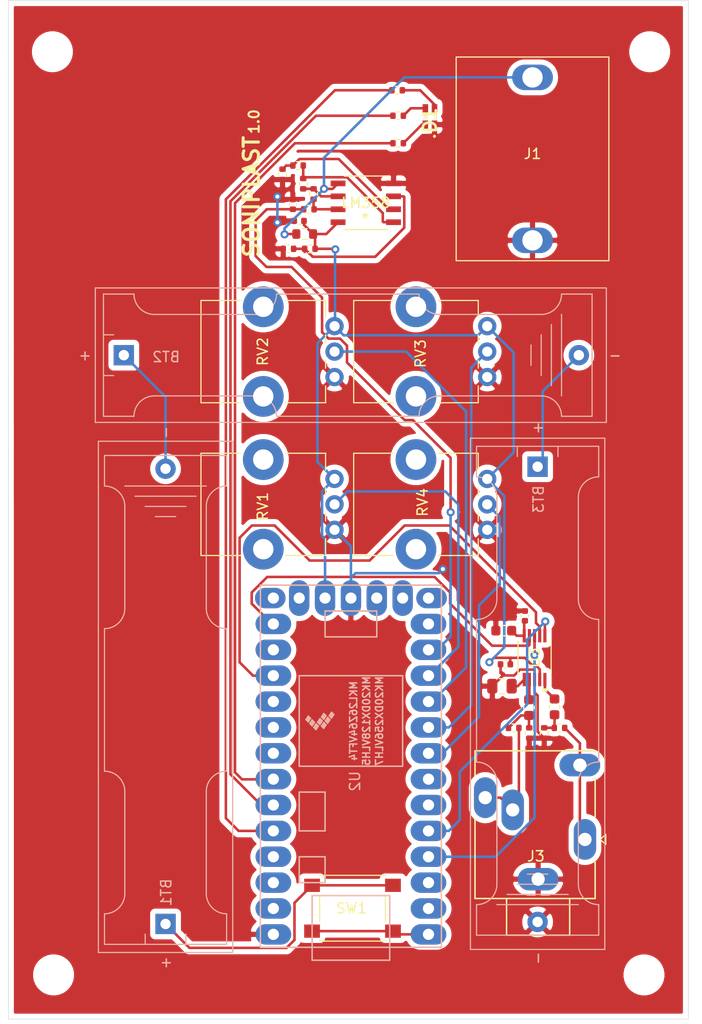
<source format=kicad_pcb>
(kicad_pcb (version 20171130) (host pcbnew "(5.1.10-1-10_14)")
  (layers (0 F.Cu signal) (31 B.Cu signal) (34 B.Paste user hide) (35 F.Paste user hide) (36 B.SilkS user) (37 F.SilkS user) (38 B.Mask user hide) (39 F.Mask user hide) (44 Edge.Cuts user))
  (net 0 "")
  (net 1 GND)
  (net 2 SIGNAL)
  (net 3 "Net-(R2-Pad2)")
  (net 4 "Net-(R4-Pad1)")
  (net 5 "Net-(R5-Pad1)")
  (net 6 "Net-(R6-Pad1)")
  (net 7 "Net-(R7-Pad1)")
  (net 8 pot1)
  (net 9 "Net-(BT1-Pad2)")
  (net 10 "Net-(BT1-Pad1)")
  (net 11 "Net-(BT2-Pad2)")
  (net 12 VCC)
  (net 13 "Net-(C4-Pad2)")
  (net 14 /AOUTR)
  (net 15 "Net-(C5-Pad2)")
  (net 16 /AOUTL)
  (net 17 "Net-(C6-Pad1)")
  (net 18 "Net-(C7-Pad1)")
  (net 19 "Net-(D1-Pad3)")
  (net 20 "Net-(D1-Pad4)")
  (net 21 "Net-(D1-Pad2)")
  (net 22 "Net-(J3-PadT1)")
  (net 23 "Net-(J3-PadS1)")
  (net 24 /R)
  (net 25 /G)
  (net 26 /B)
  (net 27 pot2)
  (net 28 pot3)
  (net 29 pot4)
  (net 30 /VIN)
  (net 31 "Net-(U2-Pad18)")
  (net 32 "Net-(U2-Pad19)")
  (net 33 "Net-(U2-Pad20)")
  (net 34 "Net-(U2-Pad15)")
  (net 35 "Net-(U2-Pad14)")
  (net 36 "Net-(U2-Pad21)")
  (net 37 "Net-(U2-Pad27)")
  (net 38 "Net-(U2-Pad28)")
  (net 39 /I2S_TX)
  (net 40 /LRCK)
  (net 41 /MCLK)
  (net 42 "Net-(U2-Pad12)")
  (net 43 /SCLK)
  (net 44 "Net-(U2-Pad10)")
  (net 45 "Net-(U2-Pad9)")
  (net 46 "Net-(U2-Pad8)")
  (net 47 "Net-(U2-Pad4)")
  (net 48 "Net-(U2-Pad3)")
  (net 49 "Net-(U2-Pad2)")
  (net 50 "Net-(U2-Pad31)")
  (net 51 "Net-(J1-PadT)")
  (net 52 "Net-(U2-Pad32)")
  (module 19037ARSGHBHW1S032T:19037ARSGHBHW1S032T (layer F.Cu) (at 140.97 60.706 270)
    (fp_text reference D1 (at 0.4 0 90) (layer F.SilkS) (effects (font (size 1.27 1.27) (thickness 0.254))))
    (fp_text value CLV1L-FKB hide)
    (pad 4 smd rect (at 0.8 0.45) (size 0.55 0.8) (layers F.Cu F.Paste F.Mask) (net 20 "Net-(D1-Pad4)"))
    (pad 3 smd rect (at -0.8 0.45) (size 0.55 0.8) (layers F.Cu F.Paste F.Mask) (net 19 "Net-(D1-Pad3)"))
    (pad 2 smd rect (at -0.8 -0.45) (size 0.55 0.8) (layers F.Cu F.Paste F.Mask) (net 21 "Net-(D1-Pad2)"))
    (pad 1 smd rect (at 0.8 -0.45) (size 0.55 0.8) (layers F.Cu F.Paste F.Mask) (net 1 GND))
  )
  (module LM358DR2G:LM358DR2G (layer F.Cu) (at 134.6708 69.1896 180)
    (fp_text reference U1)
    (fp_text value LM358 (at 0 0) (layer F.SilkS))
    (fp_text user * (at 0.0508 -1.5748) (layer F.SilkS))
    (pad 8 smd rect (at 2.72415 -1.905 180) (size 1.4605 0.5588) (layers F.Cu F.Paste F.Mask) (net 12 VCC))
    (pad 7 smd rect (at 2.72415 -0.635 180) (size 1.4605 0.5588) (layers F.Cu F.Paste F.Mask) (net 7 "Net-(R7-Pad1)"))
    (pad 6 smd rect (at 2.72415 0.635 180) (size 1.4605 0.5588) (layers F.Cu F.Paste F.Mask) (net 6 "Net-(R6-Pad1)"))
    (pad 5 smd rect (at 2.72415 1.905 180) (size 1.4605 0.5588) (layers F.Cu F.Paste F.Mask) (net 51 "Net-(J1-PadT)"))
    (pad 4 smd rect (at -2.72415 1.905 180) (size 1.4605 0.5588) (layers F.Cu F.Paste F.Mask) (net 1 GND))
    (pad 3 smd rect (at -2.72415 0.635 180) (size 1.4605 0.5588) (layers F.Cu F.Paste F.Mask) (net 3 "Net-(R2-Pad2)"))
    (pad 2 smd rect (at -2.72415 -0.635 180) (size 1.4605 0.5588) (layers F.Cu F.Paste F.Mask) (net 4 "Net-(R4-Pad1)"))
    (pad 1 smd rect (at -2.72415 -1.905 180) (size 1.4605 0.5588) (layers F.Cu F.Paste F.Mask) (net 5 "Net-(R5-Pad1)"))
  )
  (module Resistor_SMD:R_0402_1005Metric (layer F.Cu) (at 127.07 73.706 180)
    (fp_text reference R3)
    (fp_text value 680K)
    (pad 2 smd roundrect (at 0.51 0 180) (size 0.54 0.64) (layers F.Cu F.Paste F.Mask) (net 1 GND))
    (pad 1 smd roundrect (at -0.51 0 180) (size 0.54 0.64) (layers F.Cu F.Paste F.Mask) (net 3 "Net-(R2-Pad2)"))
  )
  (module myLibrary:Jack_3.5mm_Ledino_KB3SPRS_Horizontal (layer F.Cu) (at 156.2 131.7 90)
    (fp_text reference J3 (at -1.65 -4.816 180) (layer F.SilkS))
    (fp_text value AudioJack)
    (pad T1 thru_hole oval (at 0 0 90) (size 4 2.2) (drill 1.3) (layers *.Cu *.Mask) (net 22 "Net-(J3-PadT1)"))
    (pad TN1 thru_hole oval (at 7.3 -0.5 180) (size 4 2.2) (drill 1.3) (layers *.Cu *.Mask) (net 22 "Net-(J3-PadT1)"))
    (pad SN1 thru_hole oval (at 2.9 -7.1 90) (size 4 2.2) (drill 1.3) (layers *.Cu *.Mask) (net 23 "Net-(J3-PadS1)"))
    (pad S1 thru_hole oval (at 4.1 -9.8 90) (size 4 2.2) (drill 1.3) (layers *.Cu *.Mask) (net 23 "Net-(J3-PadS1)"))
    (pad G thru_hole oval (at -3.9 -4.6 90) (size 2.2 4) (drill 1.3) (layers *.Cu *.Mask) (net 1 GND))
  )
  (module "myLibrary:HILABEE TS Mono Jack" (layer F.Cu) (at 151.05 64.876 180)
    (fp_text reference J1 (at 0 0.5) (layer F.SilkS))
    (fp_text value "Sensor Input")
    (pad S thru_hole oval (at 0 -8 270) (size 2.5 4) (drill 2) (layers *.Cu *.Mask) (net 1 GND))
    (pad T thru_hole oval (at 0 8 270) (size 2.5 4) (drill 2) (layers *.Cu *.Mask) (net 51 "Net-(J1-PadT)"))
  )
  (module CS4344:CS4344-CZZR (layer F.Cu) (at 151.25 113.85 270)
    (fp_text reference U3 (at 0 0 270) (layer F.SilkS))
    (fp_text value CS4344-CZZR)
    (pad 10 smd rect (at 2.15265 -1.016 270) (size 1.3081 0.3048) (layers F.Cu F.Paste F.Mask) (net 14 /AOUTR))
    (pad 9 smd rect (at 2.15265 -0.508 270) (size 1.3081 0.3048) (layers F.Cu F.Paste F.Mask) (net 12 VCC))
    (pad 8 smd rect (at 2.15265 0 270) (size 1.3081 0.3048) (layers F.Cu F.Paste F.Mask) (net 1 GND))
    (pad 7 smd rect (at 2.15265 0.508 270) (size 1.3081 0.3048) (layers F.Cu F.Paste F.Mask) (net 16 /AOUTL))
    (pad 6 smd rect (at 2.15265 1.016 270) (size 1.3081 0.3048) (layers F.Cu F.Paste F.Mask) (net 18 "Net-(C7-Pad1)"))
    (pad 5 smd rect (at -2.15265 1.016 270) (size 1.3081 0.3048) (layers F.Cu F.Paste F.Mask) (net 17 "Net-(C6-Pad1)"))
    (pad 4 smd rect (at -2.15265 0.508 270) (size 1.3081 0.3048) (layers F.Cu F.Paste F.Mask) (net 41 /MCLK))
    (pad 3 smd rect (at -2.15265 0 270) (size 1.3081 0.3048) (layers F.Cu F.Paste F.Mask) (net 40 /LRCK))
    (pad 2 smd rect (at -2.15265 -0.508 270) (size 1.3081 0.3048) (layers F.Cu F.Paste F.Mask) (net 43 /SCLK))
    (pad 1 smd rect (at -2.15265 -1.016 270) (size 1.3081 0.3048) (layers F.Cu F.Paste F.Mask) (net 39 /I2S_TX))
  )
  (module Potentiometer_THT:Potentiometer_Alps_RK09K_Single_Vertical (layer F.Cu) (at 131.6 96.3 180)
    (fp_text reference RV1 (at 7.05 -2.7 270) (layer F.SilkS))
    (fp_text value R_POT_US)
    (pad "" np_thru_hole circle (at 7 1.9 180) (size 4 4) (drill 2) (layers *.Cu *.Mask))
    (pad "" np_thru_hole circle (at 7 -6.9 180) (size 4 4) (drill 2) (layers *.Cu *.Mask))
    (pad 1 thru_hole circle (at 0 0 180) (size 1.8 1.8) (drill 1) (layers *.Cu *.Mask) (net 12 VCC))
    (pad 2 thru_hole circle (at 0 -2.5 180) (size 1.8 1.8) (drill 1) (layers *.Cu *.Mask) (net 8 pot1))
    (pad 3 thru_hole circle (at 0 -5 180) (size 1.8 1.8) (drill 1) (layers *.Cu *.Mask) (net 1 GND))
  )
  (module Resistor_SMD:R_0402_1005Metric (layer F.Cu) (at 129.08 69.826)
    (fp_text reference R8)
    (fp_text value 4.7K)
    (pad 2 smd roundrect (at 0.51 0) (size 0.54 0.64) (layers F.Cu F.Paste F.Mask) (net 7 "Net-(R7-Pad1)"))
    (pad 1 smd roundrect (at -0.51 0) (size 0.54 0.64) (layers F.Cu F.Paste F.Mask) (net 2 SIGNAL))
  )
  (module Resistor_SMD:R_0402_1005Metric (layer F.Cu) (at 129.54 68.326 90)
    (fp_text reference R7)
    (fp_text value 100K)
    (pad 2 smd roundrect (at 0.51 0 90) (size 0.54 0.64) (layers F.Cu F.Paste F.Mask) (net 6 "Net-(R6-Pad1)"))
    (pad 1 smd roundrect (at -0.51 0 90) (size 0.54 0.64) (layers F.Cu F.Paste F.Mask) (net 7 "Net-(R7-Pad1)"))
  )
  (module Resistor_SMD:R_0402_1005Metric (layer F.Cu) (at 128.524 67.31 90)
    (fp_text reference R6)
    (fp_text value 100K)
    (pad 2 smd roundrect (at 0.51 0 90) (size 0.54 0.64) (layers F.Cu F.Paste F.Mask) (net 5 "Net-(R5-Pad1)"))
    (pad 1 smd roundrect (at -0.51 0 90) (size 0.54 0.64) (layers F.Cu F.Paste F.Mask) (net 6 "Net-(R6-Pad1)"))
  )
  (module Resistor_SMD:R_0402_1005Metric (layer F.Cu) (at 128.016 65.532 180)
    (fp_text reference R5)
    (fp_text value 100K)
    (pad 2 smd roundrect (at 0.51 0 180) (size 0.54 0.64) (layers F.Cu F.Paste F.Mask) (net 4 "Net-(R4-Pad1)"))
    (pad 1 smd roundrect (at -0.51 0 180) (size 0.54 0.64) (layers F.Cu F.Paste F.Mask) (net 5 "Net-(R5-Pad1)"))
  )
  (module Resistor_SMD:R_0402_1005Metric (layer F.Cu) (at 126.492 66.3976 270)
    (fp_text reference R4)
    (fp_text value 100K)
    (pad 2 smd roundrect (at 0.51 0 270) (size 0.54 0.64) (layers F.Cu F.Paste F.Mask) (net 1 GND))
    (pad 1 smd roundrect (at -0.51 0 270) (size 0.54 0.64) (layers F.Cu F.Paste F.Mask) (net 4 "Net-(R4-Pad1)"))
  )
  (module Resistor_SMD:R_0402_1005Metric (layer F.Cu) (at 129.18 73.706 180)
    (fp_text reference R2)
    (fp_text value 680K)
    (pad 2 smd roundrect (at 0.51 0 180) (size 0.54 0.64) (layers F.Cu F.Paste F.Mask) (net 3 "Net-(R2-Pad2)"))
    (pad 1 smd roundrect (at -0.51 0 180) (size 0.54 0.64) (layers F.Cu F.Paste F.Mask) (net 12 VCC))
  )
  (module Resistor_SMD:R_0603_1608Metric (layer F.Cu) (at 128.67 72.256 180)
    (fp_text reference R1)
    (fp_text value 3.3M)
    (pad 2 smd roundrect (at 0.825 0 180) (size 0.8 0.95) (layers F.Cu F.Paste F.Mask) (net 51 "Net-(J1-PadT)"))
    (pad 1 smd roundrect (at -0.825 0 180) (size 0.8 0.95) (layers F.Cu F.Paste F.Mask) (net 12 VCC))
  )
  (module MountingHole:MountingHole_3mm (layer F.Cu) (at 104 145)
    (fp_text reference H4)
    (fp_text value MountingHole)
    (pad 1 np_thru_hole circle (at 0 0) (size 3 3) (drill 3) (layers *.Cu *.Mask))
  )
  (module MountingHole:MountingHole_3mm (layer F.Cu) (at 162 145)
    (fp_text reference H3)
    (fp_text value MountingHole)
    (pad 1 np_thru_hole circle (at 0 0) (size 3 3) (drill 3) (layers *.Cu *.Mask))
  )
  (module MountingHole:MountingHole_3mm (layer F.Cu) (at 162.56 54.356)
    (fp_text reference H2)
    (fp_text value MountingHole)
    (pad 1 np_thru_hole circle (at 0 0) (size 3 3) (drill 3) (layers *.Cu *.Mask))
  )
  (module MountingHole:MountingHole_3mm (layer F.Cu) (at 103.886 54.356)
    (fp_text reference H1)
    (fp_text value MountingHole)
    (pad 1 np_thru_hole circle (at 0 0) (size 3 3) (drill 3) (layers *.Cu *.Mask))
  )
  (module Capacitor_SMD:C_0402_1005Metric (layer F.Cu) (at 127.508 69.342 90)
    (fp_text reference C1)
    (fp_text value 4.7uF)
    (pad 2 smd roundrect (at 0.48 0 90) (size 0.56 0.62) (layers F.Cu F.Paste F.Mask) (net 1 GND))
    (pad 1 smd roundrect (at -0.48 0 90) (size 0.56 0.62) (layers F.Cu F.Paste F.Mask) (net 2 SIGNAL))
  )
  (module Teensy:Teensy30_31_32_LC_LargeHoles (layer B.Cu) (at 133.21 124.51 90)
    (fp_text reference U2 (at -1.474 0.394 270) (layer B.SilkS) (effects (justify mirror)))
    (fp_text value Teensy3.2)
    (fp_text user MK20DX256VLH7 (at 4.445 2.794 270) (layer B.SilkS) (effects (font (size 0.7 0.7)) (justify mirror)))
    (fp_text user MKL26Z64VFT4 (at 4.445 0.254 270) (layer B.SilkS) (effects (font (size 0.7 0.7)) (justify mirror)))
    (fp_text user MK20DX128VLH5 (at 4.445 1.524 270) (layer B.SilkS) (effects (font (size 0.7 0.7)) (justify mirror)))
    (pad 17 thru_hole oval (at 16.51 0 90) (size 3.5 2) (drill 1.1) (layers *.Cu *.Mask) (net 1 GND))
    (pad 18 thru_hole oval (at 16.51 2.54 90) (size 3.5 2) (drill 1.1) (layers *.Cu *.Mask) (net 31 "Net-(U2-Pad18)"))
    (pad 19 thru_hole oval (at 16.51 5.08 90) (size 3.5 2) (drill 1.1) (layers *.Cu *.Mask) (net 32 "Net-(U2-Pad19)"))
    (pad 20 thru_hole oval (at 16.51 7.62 90) (size 2 3) (drill 1.1 (offset 0 0.3)) (layers *.Cu *.Mask) (net 33 "Net-(U2-Pad20)"))
    (pad 16 thru_hole oval (at 16.51 -2.54 90) (size 3.5 2) (drill 1.1) (layers *.Cu *.Mask) (net 12 VCC))
    (pad 15 thru_hole oval (at 16.51 -5.08 90) (size 3.5 2) (drill 1.1) (layers *.Cu *.Mask) (net 34 "Net-(U2-Pad15)"))
    (pad 14 thru_hole oval (at 16.51 -7.62 90) (size 2 3) (drill 1.1 (offset 0 -0.3)) (layers *.Cu *.Mask) (net 35 "Net-(U2-Pad14)"))
    (pad 21 thru_hole oval (at 13.97 7.62 90) (size 2 3.5) (drill 1.1) (layers *.Cu *.Mask) (net 36 "Net-(U2-Pad21)"))
    (pad 22 thru_hole oval (at 11.43 7.62 90) (size 2 3.5) (drill 1.1) (layers *.Cu *.Mask) (net 2 SIGNAL))
    (pad 23 thru_hole oval (at 8.89 7.62 90) (size 2 3.5) (drill 1.1) (layers *.Cu *.Mask) (net 8 pot1))
    (pad 24 thru_hole oval (at 6.35 7.62 90) (size 2 3.5) (drill 1.1) (layers *.Cu *.Mask) (net 27 pot2))
    (pad 25 thru_hole oval (at 3.81 7.62 90) (size 2 3.5) (drill 1.1) (layers *.Cu *.Mask) (net 28 pot3))
    (pad 26 thru_hole oval (at 1.27 7.62 90) (size 2 3.5) (drill 1.1) (layers *.Cu *.Mask) (net 29 pot4))
    (pad 27 thru_hole oval (at -1.27 7.62 90) (size 2 3.5) (drill 1.1) (layers *.Cu *.Mask) (net 37 "Net-(U2-Pad27)"))
    (pad 28 thru_hole oval (at -3.81 7.62 90) (size 2 3.5) (drill 1.1) (layers *.Cu *.Mask) (net 38 "Net-(U2-Pad28)"))
    (pad 29 thru_hole oval (at -6.35 7.62 90) (size 2 3.5) (drill 1.1) (layers *.Cu *.Mask) (net 39 /I2S_TX))
    (pad 30 thru_hole oval (at -8.89 7.62 90) (size 2 3.5) (drill 1.1) (layers *.Cu *.Mask) (net 40 /LRCK))
    (pad 31 thru_hole oval (at -11.43 7.62 90) (size 2 3.5) (drill 1.1) (layers *.Cu *.Mask) (net 50 "Net-(U2-Pad31)"))
    (pad 32 thru_hole oval (at -13.97 7.62 90) (size 2 3.5) (drill 1.1) (layers *.Cu *.Mask) (net 52 "Net-(U2-Pad32)"))
    (pad 33 thru_hole oval (at -16.51 7.62 90) (size 2 3.5) (drill 1.1) (layers *.Cu *.Mask) (net 30 /VIN))
    (pad 13 thru_hole oval (at 13.97 -7.62 90) (size 2 3.5) (drill 1.1) (layers *.Cu *.Mask) (net 41 /MCLK))
    (pad 12 thru_hole oval (at 11.43 -7.62 90) (size 2 3.5) (drill 1.1) (layers *.Cu *.Mask) (net 42 "Net-(U2-Pad12)"))
    (pad 11 thru_hole oval (at 8.89 -7.62 90) (size 2 3.5) (drill 1.1) (layers *.Cu *.Mask) (net 43 /SCLK))
    (pad 10 thru_hole oval (at 6.35 -7.62 90) (size 2 3.5) (drill 1.1) (layers *.Cu *.Mask) (net 44 "Net-(U2-Pad10)"))
    (pad 9 thru_hole oval (at 3.81 -7.62 90) (size 2 3.5) (drill 1.1) (layers *.Cu *.Mask) (net 45 "Net-(U2-Pad9)"))
    (pad 8 thru_hole oval (at 1.27 -7.62 90) (size 2 3.5) (drill 1.1) (layers *.Cu *.Mask) (net 46 "Net-(U2-Pad8)"))
    (pad 7 thru_hole oval (at -1.27 -7.62 90) (size 2 3.5) (drill 1.1) (layers *.Cu *.Mask) (net 26 /B))
    (pad 6 thru_hole oval (at -3.81 -7.62 90) (size 2 3.5) (drill 1.1) (layers *.Cu *.Mask) (net 25 /G))
    (pad 5 thru_hole oval (at -6.35 -7.62 90) (size 2 3.5) (drill 1.1) (layers *.Cu *.Mask) (net 24 /R))
    (pad 4 thru_hole oval (at -8.89 -7.62 90) (size 2 3.5) (drill 1.1) (layers *.Cu *.Mask) (net 47 "Net-(U2-Pad4)"))
    (pad 3 thru_hole oval (at -11.43 -7.62 90) (size 2 3.5) (drill 1.1) (layers *.Cu *.Mask) (net 48 "Net-(U2-Pad3)"))
    (pad 2 thru_hole oval (at -13.97 -7.62 90) (size 2 3.5) (drill 1.1) (layers *.Cu *.Mask) (net 49 "Net-(U2-Pad2)"))
    (pad 1 thru_hole oval (at -16.51 -7.62 90) (size 2 3.5) (drill 1.1) (layers *.Cu *.Mask) (net 1 GND))
  )
  (module Button_Switch_SMD:SW_Push_1P1T_NO_6x6mm_H9.5mm (layer F.Cu) (at 133.367 138.45374 180)
    (fp_text reference SW1 (at 0.1 0) (layer F.SilkS))
    (fp_text value SW_Push)
    (pad 2 smd rect (at 3.975 2.25 180) (size 1.55 1.3) (layers F.Cu F.Paste F.Mask) (net 10 "Net-(BT1-Pad1)"))
    (pad 1 smd rect (at 3.975 -2.25 180) (size 1.55 1.3) (layers F.Cu F.Paste F.Mask) (net 30 /VIN))
    (pad 1 smd rect (at -3.975 -2.25 180) (size 1.55 1.3) (layers F.Cu F.Paste F.Mask) (net 30 /VIN))
    (pad 2 smd rect (at -3.975 2.25 180) (size 1.55 1.3) (layers F.Cu F.Paste F.Mask) (net 10 "Net-(BT1-Pad1)"))
  )
  (module Potentiometer_THT:Potentiometer_Alps_RK09K_Single_Vertical (layer F.Cu) (at 146.6 96.3 180)
    (fp_text reference RV4 (at 6.35 -2.3 270) (layer F.SilkS))
    (fp_text value R_POT_US)
    (pad "" np_thru_hole circle (at 7 1.9 180) (size 4 4) (drill 2) (layers *.Cu *.Mask))
    (pad "" np_thru_hole circle (at 7 -6.9 180) (size 4 4) (drill 2) (layers *.Cu *.Mask))
    (pad 1 thru_hole circle (at 0 0 180) (size 1.8 1.8) (drill 1) (layers *.Cu *.Mask) (net 12 VCC))
    (pad 2 thru_hole circle (at 0 -2.5 180) (size 1.8 1.8) (drill 1) (layers *.Cu *.Mask) (net 29 pot4))
    (pad 3 thru_hole circle (at 0 -5 180) (size 1.8 1.8) (drill 1) (layers *.Cu *.Mask) (net 1 GND))
  )
  (module Potentiometer_THT:Potentiometer_Alps_RK09K_Single_Vertical (layer F.Cu) (at 146.6 81.3 180)
    (fp_text reference RV3 (at 6.55 -2.7 270) (layer F.SilkS))
    (fp_text value R_POT_US)
    (pad "" np_thru_hole circle (at 7 1.9 180) (size 4 4) (drill 2) (layers *.Cu *.Mask))
    (pad "" np_thru_hole circle (at 7 -6.9 180) (size 4 4) (drill 2) (layers *.Cu *.Mask))
    (pad 1 thru_hole circle (at 0 0 180) (size 1.8 1.8) (drill 1) (layers *.Cu *.Mask) (net 12 VCC))
    (pad 2 thru_hole circle (at 0 -2.5 180) (size 1.8 1.8) (drill 1) (layers *.Cu *.Mask) (net 28 pot3))
    (pad 3 thru_hole circle (at 0 -5 180) (size 1.8 1.8) (drill 1) (layers *.Cu *.Mask) (net 1 GND))
  )
  (module Potentiometer_THT:Potentiometer_Alps_RK09K_Single_Vertical (layer F.Cu) (at 131.6 81.3 180)
    (fp_text reference RV2 (at 7.05 -2.5 270) (layer F.SilkS))
    (fp_text value R_POT_US)
    (pad "" np_thru_hole circle (at 7 1.9 180) (size 4 4) (drill 2) (layers *.Cu *.Mask))
    (pad "" np_thru_hole circle (at 7 -6.9 180) (size 4 4) (drill 2) (layers *.Cu *.Mask))
    (pad 1 thru_hole circle (at 0 0 180) (size 1.8 1.8) (drill 1) (layers *.Cu *.Mask) (net 12 VCC))
    (pad 2 thru_hole circle (at 0 -2.5 180) (size 1.8 1.8) (drill 1) (layers *.Cu *.Mask) (net 27 pot2))
    (pad 3 thru_hole circle (at 0 -5 180) (size 1.8 1.8) (drill 1) (layers *.Cu *.Mask) (net 1 GND))
  )
  (module Resistor_SMD:R_0402_1005Metric (layer F.Cu) (at 137.84834 63.34036 180)
    (fp_text reference R15)
    (fp_text value 220R)
    (pad 2 smd roundrect (at 0.51 0 180) (size 0.54 0.64) (layers F.Cu F.Paste F.Mask) (net 26 /B))
    (pad 1 smd roundrect (at -0.51 0 180) (size 0.54 0.64) (layers F.Cu F.Paste F.Mask) (net 20 "Net-(D1-Pad4)"))
  )
  (module Resistor_SMD:R_0402_1005Metric (layer F.Cu) (at 137.84834 60.64036 180)
    (fp_text reference R14)
    (fp_text value 220R)
    (pad 2 smd roundrect (at 0.51 0 180) (size 0.54 0.64) (layers F.Cu F.Paste F.Mask) (net 25 /G))
    (pad 1 smd roundrect (at -0.51 0 180) (size 0.54 0.64) (layers F.Cu F.Paste F.Mask) (net 19 "Net-(D1-Pad3)"))
  )
  (module Resistor_SMD:R_0402_1005Metric (layer F.Cu) (at 137.74834 58.14036 180)
    (fp_text reference R13)
    (fp_text value 220R)
    (pad 2 smd roundrect (at 0.51 0 180) (size 0.54 0.64) (layers F.Cu F.Paste F.Mask) (net 24 /R))
    (pad 1 smd roundrect (at -0.51 0 180) (size 0.54 0.64) (layers F.Cu F.Paste F.Mask) (net 21 "Net-(D1-Pad2)"))
  )
  (module Resistor_SMD:R_0402_1005Metric (layer F.Cu) (at 149.2 120.75 180)
    (fp_text reference R12)
    (fp_text value 470R)
    (pad 2 smd roundrect (at 0.51 0 180) (size 0.54 0.64) (layers F.Cu F.Paste F.Mask) (net 15 "Net-(C5-Pad2)"))
    (pad 1 smd roundrect (at -0.51 0 180) (size 0.54 0.64) (layers F.Cu F.Paste F.Mask) (net 23 "Net-(J3-PadS1)"))
  )
  (module Resistor_SMD:R_0402_1005Metric (layer F.Cu) (at 153.7 120.75 180)
    (fp_text reference R11)
    (fp_text value 470R)
    (pad 2 smd roundrect (at 0.51 0 180) (size 0.54 0.64) (layers F.Cu F.Paste F.Mask) (net 13 "Net-(C4-Pad2)"))
    (pad 1 smd roundrect (at -0.51 0 180) (size 0.54 0.64) (layers F.Cu F.Paste F.Mask) (net 22 "Net-(J3-PadT1)"))
  )
  (module Resistor_SMD:R_0402_1005Metric (layer F.Cu) (at 150.73 121.25 270)
    (fp_text reference R10)
    (fp_text value 10k)
    (pad 2 smd roundrect (at 0.51 0 270) (size 0.54 0.64) (layers F.Cu F.Paste F.Mask) (net 1 GND))
    (pad 1 smd roundrect (at -0.51 0 270) (size 0.54 0.64) (layers F.Cu F.Paste F.Mask) (net 15 "Net-(C5-Pad2)"))
  )
  (module Resistor_SMD:R_0402_1005Metric (layer F.Cu) (at 152.2 121.25 90)
    (fp_text reference R9)
    (fp_text value 10k)
    (pad 2 smd roundrect (at 0.51 0 90) (size 0.54 0.64) (layers F.Cu F.Paste F.Mask) (net 13 "Net-(C4-Pad2)"))
    (pad 1 smd roundrect (at -0.51 0 90) (size 0.54 0.64) (layers F.Cu F.Paste F.Mask) (net 1 GND))
  )
  (module Capacitor_SMD:C_0402_1005Metric (layer F.Cu) (at 150.3 109.75 90)
    (fp_text reference C8)
    (fp_text value 0.1uF)
    (pad 2 smd roundrect (at 0.48 0 90) (size 0.56 0.62) (layers F.Cu F.Paste F.Mask) (net 1 GND))
    (pad 1 smd roundrect (at -0.48 0 90) (size 0.56 0.62) (layers F.Cu F.Paste F.Mask) (net 17 "Net-(C6-Pad1)"))
  )
  (module Capacitor_SMD:C_0805_2012Metric (layer F.Cu) (at 148.05 116.65 180)
    (fp_text reference C7)
    (fp_text value 10uF)
    (pad 2 smd roundrect (at 0.95 0 180) (size 1 1.45) (layers F.Cu F.Paste F.Mask) (net 1 GND))
    (pad 1 smd roundrect (at -0.95 0 180) (size 1 1.45) (layers F.Cu F.Paste F.Mask) (net 18 "Net-(C7-Pad1)"))
  )
  (module Capacitor_SMD:C_0603_1608Metric (layer F.Cu) (at 148.225 111.2 180)
    (fp_text reference C6)
    (fp_text value 3,3uF)
    (pad 2 smd roundrect (at 0.775 0 180) (size 0.9 0.95) (layers F.Cu F.Paste F.Mask) (net 1 GND))
    (pad 1 smd roundrect (at -0.775 0 180) (size 0.9 0.95) (layers F.Cu F.Paste F.Mask) (net 17 "Net-(C6-Pad1)"))
  )
  (module Capacitor_SMD:C_0603_1608Metric (layer F.Cu) (at 150.7 118.75 270)
    (fp_text reference C5)
    (fp_text value 3,3uF)
    (pad 2 smd roundrect (at 0.775 0 270) (size 0.9 0.95) (layers F.Cu F.Paste F.Mask) (net 15 "Net-(C5-Pad2)"))
    (pad 1 smd roundrect (at -0.775 0 270) (size 0.9 0.95) (layers F.Cu F.Paste F.Mask) (net 16 /AOUTL))
  )
  (module Capacitor_SMD:C_0603_1608Metric (layer F.Cu) (at 153.2128 118.6818 270)
    (fp_text reference C4)
    (fp_text value 3,3uF)
    (pad 2 smd roundrect (at 0.775 0 270) (size 0.9 0.95) (layers F.Cu F.Paste F.Mask) (net 13 "Net-(C4-Pad2)"))
    (pad 1 smd roundrect (at -0.775 0 270) (size 0.9 0.95) (layers F.Cu F.Paste F.Mask) (net 14 /AOUTR))
  )
  (module Capacitor_SMD:C_0402_1005Metric (layer F.Cu) (at 128.1176 70.9676 180)
    (fp_text reference C3)
    (fp_text value 0.1uF)
    (pad 2 smd roundrect (at 0.48 0 180) (size 0.56 0.62) (layers F.Cu F.Paste F.Mask) (net 1 GND))
    (pad 1 smd roundrect (at -0.48 0 180) (size 0.56 0.62) (layers F.Cu F.Paste F.Mask) (net 12 VCC))
  )
  (module Capacitor_SMD:C_0402_1005Metric (layer F.Cu) (at 148.3868 114.5032 180)
    (fp_text reference C2)
    (fp_text value 1uF)
    (pad 2 smd roundrect (at 0.48 0 180) (size 0.56 0.62) (layers F.Cu F.Paste F.Mask) (net 1 GND))
    (pad 1 smd roundrect (at -0.48 0 180) (size 0.56 0.62) (layers F.Cu F.Paste F.Mask) (net 12 VCC))
  )
  (module Battery:BatteryHolder_Keystone_2466_1xAAA (layer B.Cu) (at 151.55 95.1 270)
    (fp_text reference BT3 (at 3.198 -0.088 90) (layer B.SilkS) (effects (justify mirror)))
    (fp_text value Battery_Cell)
    (fp_text user + (at -3.81 0 270) (layer B.SilkS) (effects (justify mirror)))
    (fp_text user - (at 48.26 0 270) (layer B.SilkS) (effects (justify mirror)))
    (pad 2 thru_hole circle (at 44.7 0 270) (size 2 2) (drill 1.02) (layers *.Cu *.Mask) (net 1 GND))
    (pad 1 thru_hole rect (at 0 0 270) (size 2 2) (drill 1.02) (layers *.Cu *.Mask) (net 11 "Net-(BT2-Pad2)"))
  )
  (module Battery:BatteryHolder_Keystone_2466_1xAAA (layer B.Cu) (at 110.9 84.15)
    (fp_text reference BT2 (at 4.162 0.178 -180) (layer B.SilkS) (effects (justify mirror)))
    (fp_text value Battery_Cell)
    (fp_text user + (at -3.81 0) (layer B.SilkS) (effects (justify mirror)))
    (fp_text user - (at 48.26 0) (layer B.SilkS) (effects (justify mirror)))
    (pad 2 thru_hole circle (at 44.7 0) (size 2 2) (drill 1.02) (layers *.Cu *.Mask) (net 11 "Net-(BT2-Pad2)"))
    (pad 1 thru_hole rect (at 0 0) (size 2 2) (drill 1.02) (layers *.Cu *.Mask) (net 9 "Net-(BT1-Pad2)"))
  )
  (module Battery:BatteryHolder_Keystone_2466_1xAAA (layer B.Cu) (at 115 140 90)
    (fp_text reference BT1 (at 3.094 0.062 -90) (layer B.SilkS) (effects (justify mirror)))
    (fp_text value Battery_Cell)
    (fp_text user + (at -3.81 0 90) (layer B.SilkS) (effects (justify mirror)))
    (fp_text user - (at 48.26 0 90) (layer B.SilkS) (effects (justify mirror)))
    (pad 2 thru_hole circle (at 44.7 0 90) (size 2 2) (drill 1.02) (layers *.Cu *.Mask) (net 9 "Net-(BT1-Pad2)"))
    (pad 1 thru_hole rect (at 0 0 90) (size 2 2) (drill 1.02) (layers *.Cu *.Mask) (net 10 "Net-(BT1-Pad1)"))
  )
  (gr_text 1.0 (at 123.698 61.214 90) (layer F.SilkS) (effects (font (size 1 1) (thickness 0.2))))
  (gr_text SONIPLAST (at 123.444 68.58 90) (layer F.SilkS) (effects (font (size 1.5 1.5) (thickness 0.3))))
  (gr_line (start 166.3573 49.33696) (end 99.56038 49.33696) (layer Edge.Cuts) (width 0.05))
  (gr_line (start 166.3573 149.337) (end 166.3573 49.33696) (layer Edge.Cuts) (width 0.05))
  (gr_line (start 99.568 149.337) (end 166.3573 149.337) (layer Edge.Cuts) (width 0.05))
  (gr_line (start 99.56038 49.33696) (end 99.568 149.337) (layer Edge.Cuts) (width 0.05))
  (segment (start 151.25 115.119198) (end 151.25 116.00265) (width 0.25) (layer F.Cu) (net 1))
  (segment (start 151.154401 115.023599) (end 151.25 115.119198) (width 0.25) (layer F.Cu) (net 1))
  (segment (start 149.821599 115.023599) (end 151.154401 115.023599) (width 0.25) (layer F.Cu) (net 1))
  (segment (start 149.245208 115.59999) (end 149.821599 115.023599) (width 0.25) (layer F.Cu) (net 1))
  (segment (start 148.15001 115.59999) (end 149.245208 115.59999) (width 0.25) (layer F.Cu) (net 1))
  (segment (start 147.1 116.65) (end 148.15001 115.59999) (width 0.25) (layer F.Cu) (net 1))
  (segment (start 147.9068 115.35678) (end 148.15001 115.59999) (width 0.25) (layer F.Cu) (net 1))
  (segment (start 147.9068 114.5032) (end 147.9068 115.35678) (width 0.25) (layer F.Cu) (net 1))
  (segment (start 151.55499 121.11499) (end 152.2 121.76) (width 0.25) (layer F.Cu) (net 1))
  (segment (start 151.55499 117.577156) (end 151.55499 121.11499) (width 0.25) (layer F.Cu) (net 1))
  (segment (start 151.25 117.272166) (end 151.55499 117.577156) (width 0.25) (layer F.Cu) (net 1))
  (segment (start 151.25 116.00265) (end 151.25 117.272166) (width 0.25) (layer F.Cu) (net 1))
  (segment (start 133.21 102.91) (end 133.21 108) (width 0.25) (layer B.Cu) (net 1))
  (segment (start 131.6 101.3) (end 133.21 102.91) (width 0.25) (layer B.Cu) (net 1))
  (via (at 142.24 105.156) (size 0.8) (drill 0.4) (layers F.Cu B.Cu) (net 1))
  (segment (start 147.45 110.366) (end 142.24 105.156) (width 0.25) (layer F.Cu) (net 1))
  (segment (start 147.45 111.2) (end 147.45 110.366) (width 0.25) (layer F.Cu) (net 1))
  (segment (start 133.21 106) (end 133.21 108) (width 0.25) (layer B.Cu) (net 1))
  (segment (start 133.654001 105.555999) (end 133.21 106) (width 0.25) (layer B.Cu) (net 1))
  (segment (start 141.840001 105.555999) (end 133.654001 105.555999) (width 0.25) (layer B.Cu) (net 1))
  (segment (start 142.24 105.156) (end 141.840001 105.555999) (width 0.25) (layer B.Cu) (net 1))
  (via (at 125.984 68.58) (size 0.8) (drill 0.4) (layers F.Cu B.Cu) (net 1))
  (via (at 125.984 71.12) (size 0.8) (drill 0.4) (layers F.Cu B.Cu) (net 1))
  (segment (start 125.984 68.58) (end 125.984 71.12) (width 0.25) (layer B.Cu) (net 1))
  (segment (start 127.512 69.826) (end 127.508 69.822) (width 0.25) (layer F.Cu) (net 2))
  (segment (start 128.57 69.826) (end 127.512 69.826) (width 0.25) (layer F.Cu) (net 2))
  (segment (start 140.83 113.08) (end 141.428 113.08) (width 0.25) (layer B.Cu) (net 2))
  (segment (start 140.83 113.08) (end 141.682 113.08) (width 0.25) (layer B.Cu) (net 2))
  (via (at 143.002 99.568) (size 0.8) (drill 0.4) (layers F.Cu B.Cu) (net 2))
  (segment (start 143.002 111.76) (end 143.002 99.568) (width 0.25) (layer B.Cu) (net 2))
  (segment (start 141.682 113.08) (end 143.002 111.76) (width 0.25) (layer B.Cu) (net 2))
  (segment (start 130.374999 81.888001) (end 130.374999 78.491553) (width 0.25) (layer F.Cu) (net 2))
  (segment (start 131.011999 82.525001) (end 130.374999 81.888001) (width 0.25) (layer F.Cu) (net 2))
  (segment (start 132.138003 82.525001) (end 131.011999 82.525001) (width 0.25) (layer F.Cu) (net 2))
  (segment (start 132.825001 84.866003) (end 132.825001 83.211999) (width 0.25) (layer F.Cu) (net 2))
  (segment (start 138.483999 90.525001) (end 132.825001 84.866003) (width 0.25) (layer F.Cu) (net 2))
  (segment (start 139.293001 90.525001) (end 138.483999 90.525001) (width 0.25) (layer F.Cu) (net 2))
  (segment (start 132.825001 83.211999) (end 132.138003 82.525001) (width 0.25) (layer F.Cu) (net 2))
  (segment (start 143.002 94.234) (end 139.293001 90.525001) (width 0.25) (layer F.Cu) (net 2))
  (segment (start 143.002 99.568) (end 143.002 94.234) (width 0.25) (layer F.Cu) (net 2))
  (segment (start 130.374999 78.491553) (end 127.372246 75.4888) (width 0.25) (layer F.Cu) (net 2))
  (segment (start 127.372246 75.4888) (end 124.9172 75.4888) (width 0.25) (layer F.Cu) (net 2))
  (segment (start 124.9172 75.4888) (end 123.8504 74.422) (width 0.25) (layer F.Cu) (net 2))
  (segment (start 127.508 69.822) (end 124.9452 69.822) (width 0.25) (layer F.Cu) (net 2))
  (segment (start 123.8504 70.9168) (end 123.8504 74.422) (width 0.25) (layer F.Cu) (net 2))
  (segment (start 124.9452 69.822) (end 123.8504 70.9168) (width 0.25) (layer F.Cu) (net 2))
  (segment (start 127.58 73.706) (end 128.67 73.706) (width 0.25) (layer F.Cu) (net 3))
  (segment (start 128.67 74.026) (end 128.67 73.706) (width 0.25) (layer F.Cu) (net 3))
  (segment (start 138.450201 68.629601) (end 138.450201 71.634001) (width 0.25) (layer F.Cu) (net 3))
  (segment (start 138.3752 68.5546) (end 138.450201 68.629601) (width 0.25) (layer F.Cu) (net 3))
  (segment (start 137.39495 68.5546) (end 138.3752 68.5546) (width 0.25) (layer F.Cu) (net 3))
  (segment (start 135.597601 74.486601) (end 138.450201 71.634001) (width 0.25) (layer F.Cu) (net 3))
  (segment (start 129.450601 74.486601) (end 135.597601 74.486601) (width 0.25) (layer F.Cu) (net 3))
  (segment (start 128.67 73.706) (end 129.450601 74.486601) (width 0.25) (layer F.Cu) (net 3))
  (segment (start 127.504 65.53) (end 127.506 65.532) (width 0.25) (layer F.Cu) (net 4))
  (segment (start 126.8476 65.532) (end 126.492 65.8876) (width 0.25) (layer F.Cu) (net 4))
  (segment (start 127.506 65.532) (end 126.8476 65.532) (width 0.25) (layer F.Cu) (net 4))
  (segment (start 136.9441 69.8246) (end 137.39495 69.8246) (width 0.25) (layer F.Cu) (net 4))
  (segment (start 132.00649 64.88699) (end 136.9441 69.8246) (width 0.25) (layer F.Cu) (net 4))
  (segment (start 128.15101 64.88699) (end 132.00649 64.88699) (width 0.25) (layer F.Cu) (net 4))
  (segment (start 127.506 65.532) (end 128.15101 64.88699) (width 0.25) (layer F.Cu) (net 4))
  (segment (start 128.524 66.8) (end 128.525001 66.801001) (width 0.25) (layer F.Cu) (net 5))
  (segment (start 128.524 65.534) (end 128.526 65.532) (width 0.25) (layer F.Cu) (net 5))
  (segment (start 128.524 66.8) (end 128.524 65.534) (width 0.25) (layer F.Cu) (net 5))
  (segment (start 136.4147 71.0946) (end 137.39495 71.0946) (width 0.25) (layer F.Cu) (net 5))
  (segment (start 136.339699 71.019599) (end 136.4147 71.0946) (width 0.25) (layer F.Cu) (net 5))
  (segment (start 132.821799 66.680199) (end 136.339699 70.198099) (width 0.25) (layer F.Cu) (net 5))
  (segment (start 136.339699 70.198099) (end 136.339699 71.019599) (width 0.25) (layer F.Cu) (net 5))
  (segment (start 128.643801 66.680199) (end 132.821799 66.680199) (width 0.25) (layer F.Cu) (net 5))
  (segment (start 128.524 66.8) (end 128.643801 66.680199) (width 0.25) (layer F.Cu) (net 5))
  (segment (start 128.528 67.816) (end 128.524 67.82) (width 0.25) (layer F.Cu) (net 6))
  (segment (start 129.54 67.816) (end 128.528 67.816) (width 0.25) (layer F.Cu) (net 6))
  (segment (start 130.2786 68.5546) (end 129.54 67.816) (width 0.25) (layer F.Cu) (net 6))
  (segment (start 131.94665 68.5546) (end 130.2786 68.5546) (width 0.25) (layer F.Cu) (net 6))
  (segment (start 129.54 69.776) (end 129.59 69.826) (width 0.25) (layer F.Cu) (net 7))
  (segment (start 129.54 68.836) (end 129.54 69.776) (width 0.25) (layer F.Cu) (net 7))
  (segment (start 129.5914 69.8246) (end 129.59 69.826) (width 0.25) (layer F.Cu) (net 7))
  (segment (start 131.94665 69.8246) (end 129.5914 69.8246) (width 0.25) (layer F.Cu) (net 7))
  (segment (start 131.6 98.8) (end 131.6 99.486998) (width 0.25) (layer B.Cu) (net 8))
  (segment (start 140.83 115.62) (end 140.92 115.62) (width 0.25) (layer B.Cu) (net 8))
  (segment (start 140.92 115.62) (end 143.764 112.776) (width 0.25) (layer B.Cu) (net 8))
  (segment (start 143.764 112.776) (end 143.764 98.806) (width 0.25) (layer B.Cu) (net 8))
  (segment (start 143.764 98.806) (end 142.494 97.536) (width 0.25) (layer B.Cu) (net 8))
  (segment (start 132.864 97.536) (end 131.6 98.8) (width 0.25) (layer B.Cu) (net 8))
  (segment (start 142.494 97.536) (end 132.864 97.536) (width 0.25) (layer B.Cu) (net 8))
  (segment (start 115 88.25) (end 110.9 84.15) (width 0.25) (layer B.Cu) (net 9))
  (segment (start 115 95.3) (end 115 88.25) (width 0.25) (layer B.Cu) (net 9))
  (segment (start 129.392 136.20374) (end 137.342 136.20374) (width 0.25) (layer F.Cu) (net 10))
  (segment (start 126.888837 142.34501) (end 117.34501 142.34501) (width 0.25) (layer F.Cu) (net 10))
  (segment (start 127.66501 137.93073) (end 127.66501 141.568837) (width 0.25) (layer F.Cu) (net 10))
  (segment (start 117.34501 142.34501) (end 115 140) (width 0.25) (layer F.Cu) (net 10))
  (segment (start 127.66501 141.568837) (end 126.888837 142.34501) (width 0.25) (layer F.Cu) (net 10))
  (segment (start 129.392 136.20374) (end 127.66501 137.93073) (width 0.25) (layer F.Cu) (net 10))
  (segment (start 155.6 84.15) (end 152.05 87.7) (width 0.25) (layer B.Cu) (net 11))
  (segment (start 152.05 94.6) (end 151.55 95.1) (width 0.25) (layer B.Cu) (net 11))
  (segment (start 152.05 87.7) (end 152.05 94.6) (width 0.25) (layer B.Cu) (net 11))
  (segment (start 130.374999 97.525001) (end 131.6 96.3) (width 0.25) (layer B.Cu) (net 12))
  (segment (start 130.374999 101.888001) (end 130.374999 97.525001) (width 0.25) (layer B.Cu) (net 12))
  (segment (start 130.67 102.183002) (end 130.374999 101.888001) (width 0.25) (layer B.Cu) (net 12))
  (segment (start 130.67 108) (end 130.67 102.183002) (width 0.25) (layer B.Cu) (net 12))
  (segment (start 129.924989 82.975011) (end 131.6 81.3) (width 0.25) (layer B.Cu) (net 12))
  (segment (start 129.924989 94.624989) (end 129.924989 82.975011) (width 0.25) (layer B.Cu) (net 12))
  (segment (start 131.6 96.3) (end 129.924989 94.624989) (width 0.25) (layer B.Cu) (net 12))
  (segment (start 145.700001 82.199999) (end 146.6 81.3) (width 0.25) (layer B.Cu) (net 12))
  (segment (start 132.499999 82.199999) (end 145.700001 82.199999) (width 0.25) (layer B.Cu) (net 12))
  (segment (start 131.6 81.3) (end 132.499999 82.199999) (width 0.25) (layer B.Cu) (net 12))
  (segment (start 146.6 81.3) (end 149.2 83.9) (width 0.25) (layer B.Cu) (net 12))
  (segment (start 149.2 93.7) (end 146.6 96.3) (width 0.25) (layer B.Cu) (net 12))
  (segment (start 149.2 83.9) (end 149.2 93.7) (width 0.25) (layer B.Cu) (net 12))
  (via (at 131.6736 73.7616) (size 0.8) (drill 0.4) (layers F.Cu B.Cu) (net 12))
  (segment (start 129.69 72.451) (end 129.495 72.256) (width 0.25) (layer F.Cu) (net 12))
  (segment (start 129.69 73.706) (end 129.69 72.451) (width 0.25) (layer F.Cu) (net 12))
  (via (at 146.812 114.3) (size 0.8) (drill 0.4) (layers F.Cu B.Cu) (net 12))
  (segment (start 148.275011 112.836989) (end 148.275011 97.975011) (width 0.25) (layer B.Cu) (net 12))
  (segment (start 148.275011 97.975011) (end 146.6 96.3) (width 0.25) (layer B.Cu) (net 12))
  (segment (start 146.812 114.3) (end 148.275011 112.836989) (width 0.25) (layer B.Cu) (net 12))
  (segment (start 151.758 114.990788) (end 151.758 116.00265) (width 0.25) (layer F.Cu) (net 12))
  (segment (start 150.997189 114.573589) (end 151.340802 114.57359) (width 0.25) (layer F.Cu) (net 12))
  (segment (start 151.340802 114.57359) (end 151.758 114.990788) (width 0.25) (layer F.Cu) (net 12))
  (segment (start 150.29179 113.86819) (end 150.997189 114.573589) (width 0.25) (layer F.Cu) (net 12))
  (segment (start 146.812 114.3) (end 147.24381 113.86819) (width 0.25) (layer F.Cu) (net 12))
  (segment (start 148.8668 113.92158) (end 148.92019 113.86819) (width 0.25) (layer F.Cu) (net 12))
  (segment (start 148.8668 114.5032) (end 148.8668 113.92158) (width 0.25) (layer F.Cu) (net 12))
  (segment (start 148.92019 113.86819) (end 150.29179 113.86819) (width 0.25) (layer F.Cu) (net 12))
  (segment (start 147.24381 113.86819) (end 148.92019 113.86819) (width 0.25) (layer F.Cu) (net 12))
  (segment (start 128.5976 71.3586) (end 129.495 72.256) (width 0.25) (layer F.Cu) (net 12))
  (segment (start 128.5976 70.9676) (end 128.5976 71.3586) (width 0.25) (layer F.Cu) (net 12))
  (segment (start 130.78525 72.256) (end 131.94665 71.0946) (width 0.25) (layer F.Cu) (net 12))
  (segment (start 129.495 72.256) (end 130.78525 72.256) (width 0.25) (layer F.Cu) (net 12))
  (segment (start 131.65 81.25) (end 131.65 73.7852) (width 0.25) (layer B.Cu) (net 12))
  (segment (start 131.65 73.7852) (end 131.6736 73.7616) (width 0.25) (layer B.Cu) (net 12))
  (segment (start 131.6 81.3) (end 131.65 81.25) (width 0.25) (layer B.Cu) (net 12))
  (segment (start 131.618 73.706) (end 131.6736 73.7616) (width 0.25) (layer F.Cu) (net 12))
  (segment (start 129.69 73.706) (end 131.618 73.706) (width 0.25) (layer F.Cu) (net 12))
  (segment (start 153.18 120.74) (end 153.19 120.75) (width 0.25) (layer F.Cu) (net 13))
  (segment (start 152.2 120.74) (end 153.18 120.74) (width 0.25) (layer F.Cu) (net 13))
  (segment (start 153.2128 120.7272) (end 153.19 120.75) (width 0.25) (layer F.Cu) (net 13))
  (segment (start 153.2128 119.4568) (end 153.2128 120.7272) (width 0.25) (layer F.Cu) (net 13))
  (segment (start 152.266 116.96) (end 153.2128 117.9068) (width 0.25) (layer F.Cu) (net 14))
  (segment (start 152.266 116.00265) (end 152.266 116.96) (width 0.25) (layer F.Cu) (net 14))
  (segment (start 150.7 120.71) (end 150.73 120.74) (width 0.25) (layer F.Cu) (net 15))
  (segment (start 150.7 119.525) (end 150.7 120.71) (width 0.25) (layer F.Cu) (net 15))
  (segment (start 149.915 119.525) (end 150.7 119.525) (width 0.25) (layer F.Cu) (net 15))
  (segment (start 148.69 120.75) (end 149.915 119.525) (width 0.25) (layer F.Cu) (net 15))
  (segment (start 150.742 117.933) (end 150.7 117.975) (width 0.25) (layer F.Cu) (net 16))
  (segment (start 150.742 116.00265) (end 150.742 117.933) (width 0.25) (layer F.Cu) (net 16))
  (segment (start 150.234 110.296) (end 150.234 111.69735) (width 0.25) (layer F.Cu) (net 17))
  (segment (start 150.3 110.23) (end 150.234 110.296) (width 0.25) (layer F.Cu) (net 17))
  (segment (start 149.49735 111.69735) (end 149 111.2) (width 0.25) (layer F.Cu) (net 17))
  (segment (start 150.234 111.69735) (end 149.49735 111.69735) (width 0.25) (layer F.Cu) (net 17))
  (segment (start 149.58665 116.65) (end 150.234 116.00265) (width 0.25) (layer F.Cu) (net 18))
  (segment (start 149 116.65) (end 149.58665 116.65) (width 0.25) (layer F.Cu) (net 18))
  (segment (start 139.0927 59.906) (end 138.35834 60.64036) (width 0.25) (layer F.Cu) (net 19))
  (segment (start 140.52 59.906) (end 139.0927 59.906) (width 0.25) (layer F.Cu) (net 19))
  (segment (start 138.483341 63.465361) (end 138.35834 63.34036) (width 0.25) (layer F.Cu) (net 20))
  (segment (start 140.1927 61.506) (end 138.35834 63.34036) (width 0.25) (layer F.Cu) (net 20))
  (segment (start 140.52 61.506) (end 140.1927 61.506) (width 0.25) (layer F.Cu) (net 20))
  (segment (start 141.42 59.545998) (end 141.42 59.906) (width 0.25) (layer F.Cu) (net 21))
  (segment (start 140.014362 58.14036) (end 141.42 59.545998) (width 0.25) (layer F.Cu) (net 21))
  (segment (start 138.25834 58.14036) (end 140.014362 58.14036) (width 0.25) (layer F.Cu) (net 21))
  (segment (start 155.7 122.24) (end 154.21 120.75) (width 0.25) (layer F.Cu) (net 22))
  (segment (start 155.7 124.4) (end 155.7 122.24) (width 0.25) (layer F.Cu) (net 22))
  (segment (start 155.7 131.2) (end 156.2 131.7) (width 0.25) (layer F.Cu) (net 22))
  (segment (start 155.7 124.4) (end 155.7 131.2) (width 0.25) (layer F.Cu) (net 22))
  (segment (start 149.71 128.19) (end 149.1 128.8) (width 0.25) (layer F.Cu) (net 23))
  (segment (start 146.4 127.6) (end 146.4 127.3) (width 0.25) (layer F.Cu) (net 23))
  (segment (start 146.4 127.6) (end 146.45 127.6) (width 0.25) (layer F.Cu) (net 23))
  (segment (start 149.71 124.76) (end 149.71 128.19) (width 0.25) (layer F.Cu) (net 23))
  (segment (start 149.71 120.75) (end 149.71 124.76) (width 0.25) (layer F.Cu) (net 23))
  (segment (start 147.9 127.6) (end 149.1 128.8) (width 0.25) (layer F.Cu) (net 23))
  (segment (start 146.4 127.6) (end 147.9 127.6) (width 0.25) (layer F.Cu) (net 23))
  (segment (start 125.45 131) (end 125.59 130.86) (width 0.25) (layer F.Cu) (net 24))
  (segment (start 120.924971 68.851657) (end 120.924971 129.611771) (width 0.25) (layer F.Cu) (net 24))
  (segment (start 131.636268 58.14036) (end 120.924971 68.851657) (width 0.25) (layer F.Cu) (net 24))
  (segment (start 137.23834 58.14036) (end 131.636268 58.14036) (width 0.25) (layer F.Cu) (net 24))
  (segment (start 122.1732 130.86) (end 120.924971 129.611771) (width 0.25) (layer F.Cu) (net 24))
  (segment (start 125.59 130.86) (end 122.1732 130.86) (width 0.25) (layer F.Cu) (net 24))
  (segment (start 125.41 128.5) (end 125.59 128.32) (width 0.25) (layer F.Cu) (net 25))
  (segment (start 124.39359 128.32) (end 125.59 128.32) (width 0.25) (layer F.Cu) (net 25))
  (segment (start 121.374981 125.301391) (end 124.39359 128.32) (width 0.25) (layer F.Cu) (net 25))
  (segment (start 121.37498 69.038056) (end 121.374981 125.301391) (width 0.25) (layer F.Cu) (net 25))
  (segment (start 129.772676 60.64036) (end 121.37498 69.038056) (width 0.25) (layer F.Cu) (net 25))
  (segment (start 137.33834 60.64036) (end 129.772676 60.64036) (width 0.25) (layer F.Cu) (net 25))
  (segment (start 125.57 125.8) (end 125.59 125.78) (width 0.25) (layer F.Cu) (net 26))
  (segment (start 122.51 125.8) (end 125.57 125.8) (width 0.25) (layer F.Cu) (net 26))
  (segment (start 121.82499 125.11499) (end 122.51 125.8) (width 0.25) (layer F.Cu) (net 26))
  (segment (start 121.82499 69.224456) (end 121.82499 125.11499) (width 0.25) (layer F.Cu) (net 26))
  (segment (start 127.709086 63.34036) (end 121.82499 69.224456) (width 0.25) (layer F.Cu) (net 26))
  (segment (start 137.33834 63.34036) (end 127.709086 63.34036) (width 0.25) (layer F.Cu) (net 26))
  (segment (start 141.174 118.16) (end 140.83 118.16) (width 0.25) (layer B.Cu) (net 27))
  (segment (start 144.526 114.808) (end 141.174 118.16) (width 0.25) (layer B.Cu) (net 27))
  (segment (start 144.526 89.684998) (end 144.526 97.282) (width 0.25) (layer B.Cu) (net 27))
  (segment (start 131.6 83.8) (end 138.641002 83.8) (width 0.25) (layer B.Cu) (net 27))
  (segment (start 138.641002 83.8) (end 144.526 89.684998) (width 0.25) (layer B.Cu) (net 27))
  (segment (start 144.526 97.282) (end 144.526 114.808) (width 0.25) (layer B.Cu) (net 27))
  (segment (start 144.526 95.884998) (end 144.526 97.282) (width 0.25) (layer B.Cu) (net 27))
  (segment (start 140.83 120.7) (end 142.3 120.7) (width 0.25) (layer B.Cu) (net 28))
  (segment (start 145.034 118.496) (end 142.83 120.7) (width 0.25) (layer B.Cu) (net 28))
  (segment (start 145.034 85.366) (end 145.034 118.496) (width 0.25) (layer B.Cu) (net 28))
  (segment (start 142.83 120.7) (end 140.83 120.7) (width 0.25) (layer B.Cu) (net 28))
  (segment (start 146.6 83.8) (end 145.034 85.366) (width 0.25) (layer B.Cu) (net 28))
  (segment (start 141.59 124) (end 140.83 123.24) (width 0.25) (layer B.Cu) (net 29))
  (segment (start 147.825001 100.025001) (end 146.6 98.8) (width 0.25) (layer B.Cu) (net 29))
  (segment (start 142.21 123.24) (end 145.796 119.654) (width 0.25) (layer B.Cu) (net 29))
  (segment (start 147.825001 106.682999) (end 147.825001 100.025001) (width 0.25) (layer B.Cu) (net 29))
  (segment (start 145.796 119.654) (end 145.796 108.712) (width 0.25) (layer B.Cu) (net 29))
  (segment (start 145.796 108.712) (end 147.825001 106.682999) (width 0.25) (layer B.Cu) (net 29))
  (segment (start 140.83 123.24) (end 142.21 123.24) (width 0.25) (layer B.Cu) (net 29))
  (segment (start 129.392 140.70374) (end 137.342 140.70374) (width 0.25) (layer F.Cu) (net 30))
  (segment (start 137.65826 141.02) (end 137.342 140.70374) (width 0.25) (layer F.Cu) (net 30))
  (segment (start 140.83 141.02) (end 137.65826 141.02) (width 0.25) (layer F.Cu) (net 30))
  (via (at 152.3 110.3) (size 0.8) (drill 0.4) (layers F.Cu B.Cu) (net 39))
  (segment (start 143.9 129.79) (end 142.83 130.86) (width 0.25) (layer B.Cu) (net 39))
  (segment (start 142.83 130.86) (end 140.83 130.86) (width 0.25) (layer B.Cu) (net 39))
  (segment (start 143.9 125.05) (end 143.9 129.79) (width 0.25) (layer B.Cu) (net 39))
  (segment (start 150.524999 112.075001) (end 150.524999 118.425001) (width 0.25) (layer B.Cu) (net 39))
  (segment (start 150.524999 118.425001) (end 143.9 125.05) (width 0.25) (layer B.Cu) (net 39))
  (segment (start 152.3 110.3) (end 150.524999 112.075001) (width 0.25) (layer B.Cu) (net 39))
  (segment (start 152.266 110.334) (end 152.3 110.3) (width 0.25) (layer F.Cu) (net 39))
  (segment (start 152.266 111.69735) (end 152.266 110.334) (width 0.25) (layer F.Cu) (net 39))
  (via (at 151.25 113.6) (size 0.8) (drill 0.4) (layers F.Cu B.Cu) (net 40))
  (segment (start 151.25 111.69735) (end 151.25 113.6) (width 0.25) (layer F.Cu) (net 40))
  (segment (start 147.415268 133.4) (end 140.83 133.4) (width 0.25) (layer B.Cu) (net 40))
  (segment (start 151.25 129.565268) (end 147.415268 133.4) (width 0.25) (layer B.Cu) (net 40))
  (segment (start 151.25 113.6) (end 151.25 129.565268) (width 0.25) (layer B.Cu) (net 40))
  (segment (start 125.456153 110.54) (end 125.59 110.54) (width 0.25) (layer F.Cu) (net 41))
  (segment (start 123.46499 108.548837) (end 125.456153 110.54) (width 0.25) (layer F.Cu) (net 41))
  (segment (start 124.991163 105.92499) (end 123.46499 107.451163) (width 0.25) (layer F.Cu) (net 41))
  (segment (start 141.428837 105.92499) (end 124.991163 105.92499) (width 0.25) (layer F.Cu) (net 41))
  (segment (start 123.46499 107.451163) (end 123.46499 108.548837) (width 0.25) (layer F.Cu) (net 41))
  (segment (start 142.95501 107.451163) (end 141.428837 105.92499) (width 0.25) (layer F.Cu) (net 41))
  (segment (start 142.95501 108.548837) (end 142.95501 107.451163) (width 0.25) (layer F.Cu) (net 41))
  (segment (start 150.742 111.69735) (end 150.742 112.580802) (width 0.25) (layer F.Cu) (net 41))
  (segment (start 147.082574 112.676401) (end 142.95501 108.548837) (width 0.25) (layer F.Cu) (net 41))
  (segment (start 150.666999 112.676401) (end 147.082574 112.676401) (width 0.25) (layer F.Cu) (net 41))
  (segment (start 150.742 112.6014) (end 150.666999 112.676401) (width 0.25) (layer F.Cu) (net 41))
  (segment (start 150.742 111.69735) (end 150.742 112.6014) (width 0.25) (layer F.Cu) (net 41))
  (segment (start 125.673847 115.62) (end 125.59 115.62) (width 0.25) (layer F.Cu) (net 43))
  (segment (start 151.39 109.392374) (end 151.39 110.445898) (width 0.25) (layer F.Cu) (net 43))
  (segment (start 138.483999 100.874999) (end 142.872625 100.874999) (width 0.25) (layer F.Cu) (net 43))
  (segment (start 135.042997 104.316001) (end 138.483999 100.874999) (width 0.25) (layer F.Cu) (net 43))
  (segment (start 151.39 110.445898) (end 151.758 110.813898) (width 0.25) (layer F.Cu) (net 43))
  (segment (start 129.157003 104.316001) (end 135.042997 104.316001) (width 0.25) (layer F.Cu) (net 43))
  (segment (start 125.716001 100.874999) (end 129.157003 104.316001) (width 0.25) (layer F.Cu) (net 43))
  (segment (start 123.483999 100.874999) (end 125.716001 100.874999) (width 0.25) (layer F.Cu) (net 43))
  (segment (start 122.274999 102.083999) (end 123.483999 100.874999) (width 0.25) (layer F.Cu) (net 43))
  (segment (start 151.758 110.813898) (end 151.758 111.69735) (width 0.25) (layer F.Cu) (net 43))
  (segment (start 122.274999 114.304999) (end 122.274999 102.083999) (width 0.25) (layer F.Cu) (net 43))
  (segment (start 123.59 115.62) (end 122.274999 114.304999) (width 0.25) (layer F.Cu) (net 43))
  (segment (start 142.872625 100.874999) (end 151.39 109.392374) (width 0.25) (layer F.Cu) (net 43))
  (segment (start 125.59 115.62) (end 123.59 115.62) (width 0.25) (layer F.Cu) (net 43))
  (via (at 126.68999 72.2884) (size 0.8) (drill 0.4) (layers F.Cu B.Cu) (net 51))
  (segment (start 126.72239 72.256) (end 126.68999 72.2884) (width 0.25) (layer F.Cu) (net 51))
  (segment (start 127.845 72.256) (end 126.72239 72.256) (width 0.25) (layer F.Cu) (net 51))
  (segment (start 138.45 56.876) (end 151.05 56.876) (width 0.25) (layer B.Cu) (net 51))
  (via (at 130.567453 67.818147) (size 0.8) (drill 0.4) (layers F.Cu B.Cu) (net 51))
  (segment (start 126.68999 71.69561) (end 130.567453 67.818147) (width 0.25) (layer B.Cu) (net 51))
  (segment (start 126.68999 72.2884) (end 126.68999 71.69561) (width 0.25) (layer B.Cu) (net 51))
  (segment (start 131.413103 67.818147) (end 131.94665 67.2846) (width 0.25) (layer F.Cu) (net 51))
  (segment (start 130.567453 67.818147) (end 131.413103 67.818147) (width 0.25) (layer F.Cu) (net 51))
  (segment (start 130.567453 64.758547) (end 138.45 56.876) (width 0.25) (layer B.Cu) (net 51))
  (segment (start 130.567453 67.818147) (end 130.567453 64.758547) (width 0.25) (layer B.Cu) (net 51))
  (zone (net 1) (net_name GND) (layer F.Cu) (connect_pads (clearance 0.508)) (min_thickness 0.254) (fill yes (arc_segments 32) (thermal_gap 0.508) (thermal_bridge_width 0.508))
    (polygon (pts (xy 166.116 49.53) (xy 166.116 149.352) (xy 99.568 149.352) (xy 99.568 49.276)))
  )
)
</source>
